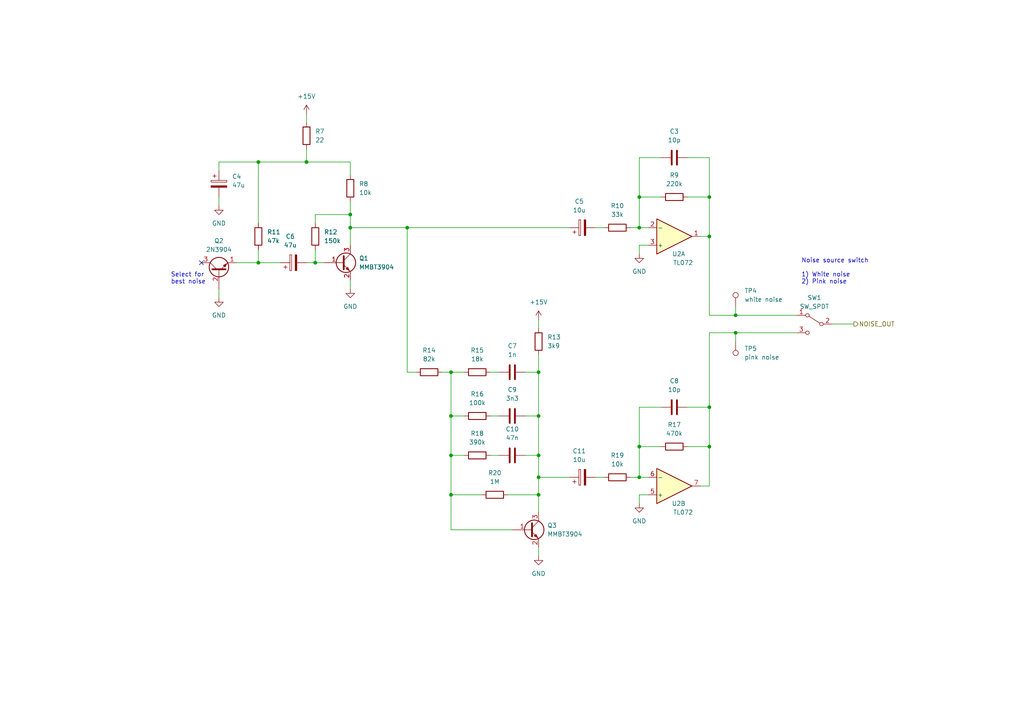
<source format=kicad_sch>
(kicad_sch (version 20211123) (generator eeschema)
  (paper "A4")
  (title_block (title "Josh Ox Ribbon Synth Sample and Hold Board") (date "2022-06-16") (rev "0") (comment 1 "creativecommons.org/licences/by/4.0") (comment 2 "License: CC by 4.0") (comment 3 "Author: Jordan Aceto"))
  (lib_symbols
    (symbol "Amplifier_Operational:TL072" (pin_names (offset 0.127))
      (property "Reference" "U" (at 0 5.08 0))
      (property "Value" "TL072" (at 0 -5.08 0))
      (symbol "TL072_1_1"
        (polyline (pts (xy -5.08 5.08) (xy 5.08 0) (xy -5.08 -5.08) (xy -5.08 5.08)) (stroke (width 0.254)) (fill (type background)))
        (pin output line (at 7.62 0 180) (length 2.54) (name "~") (number "1"))
        (pin input line (at -7.62 -2.54 0) (length 2.54) (name "-") (number "2"))
        (pin input line (at -7.62 2.54 0) (length 2.54) (name "+") (number "3"))
      )
      (symbol "TL072_2_1"
        (polyline (pts (xy -5.08 5.08) (xy 5.08 0) (xy -5.08 -5.08) (xy -5.08 5.08)) (stroke (width 0.254)) (fill (type background)))
        (pin input line (at -7.62 2.54 0) (length 2.54) (name "+") (number "5"))
        (pin input line (at -7.62 -2.54 0) (length 2.54) (name "-") (number "6"))
        (pin output line (at 7.62 0 180) (length 2.54) (name "~") (number "7"))
      )
      (symbol "TL072_3_1"
        (pin power_in line (at -2.54 -7.62 90) (length 3.81) (name "V-") (number "4"))
        (pin power_in line (at -2.54 7.62 270) (length 3.81) (name "V+") (number "8"))
      )
    )
    (symbol "Connector:TestPoint" (pin_numbers hide) (pin_names (offset 0.762) hide)
      (property "Reference" "TP" (at 0 6.858 0))
      (property "Value" "TestPoint" (at 0 5.08 0))
      (symbol "TestPoint_0_1"
        (circle (center 0 3.302) (radius 0.762))
      )
      (symbol "TestPoint_1_1"
        (pin passive line (at 0 0 90) (length 2.54) (name "1") (number "1"))
      )
    )
    (symbol "Device:C" (pin_numbers hide) (pin_names (offset 0.254))
      (property "Reference" "C" (at 0.635 2.54 0))
      (property "Value" "C" (at 0.635 -2.54 0))
      (symbol "C_0_1"
        (polyline (pts (xy -2.032 -0.762) (xy 2.032 -0.762)) (stroke (width 0.508)))
        (polyline (pts (xy -2.032 0.762) (xy 2.032 0.762)) (stroke (width 0.508)))
      )
      (symbol "C_1_1"
        (pin passive line (at 0 3.81 270) (length 2.794) (name "~") (number "1"))
        (pin passive line (at 0 -3.81 90) (length 2.794) (name "~") (number "2"))
      )
    )
    (symbol "Device:C_Polarized" (pin_numbers hide) (pin_names (offset 0.254))
      (property "Reference" "C" (at 0.635 2.54 0))
      (property "Value" "C_Polarized" (at 0.635 -2.54 0))
      (symbol "C_Polarized_0_1"
        (rectangle (start -2.286 0.508) (end 2.286 1.016))
        (polyline (pts (xy -1.778 2.286) (xy -0.762 2.286)))
        (polyline (pts (xy -1.27 2.794) (xy -1.27 1.778)))
        (rectangle (start 2.286 -0.508) (end -2.286 -1.016) (fill (type outline)))
      )
      (symbol "C_Polarized_1_1"
        (pin passive line (at 0 3.81 270) (length 2.794) (name "~") (number "1"))
        (pin passive line (at 0 -3.81 90) (length 2.794) (name "~") (number "2"))
      )
    )
    (symbol "Device:R" (pin_numbers hide) (pin_names (offset 0))
      (property "Reference" "R" (at 2.032 0 90))
      (property "Value" "R" (at 0 0 90))
      (symbol "R_0_1"
        (rectangle (start -1.016 -2.54) (end 1.016 2.54) (stroke (width 0.254)))
      )
      (symbol "R_1_1"
        (pin passive line (at 0 3.81 270) (length 1.27) (name "~") (number "1"))
        (pin passive line (at 0 -3.81 90) (length 1.27) (name "~") (number "2"))
      )
    )
    (symbol "Switch:SW_SPDT" (pin_names (offset 0) hide)
      (property "Reference" "SW" (at 0 4.318 0))
      (property "Value" "SW_SPDT" (at 0 -5.08 0))
      (symbol "SW_SPDT_0_0"
        (circle (center -2.032 0) (radius 0.508))
        (circle (center 2.032 -2.54) (radius 0.508))
      )
      (symbol "SW_SPDT_0_1"
        (polyline (pts (xy -1.524 0.254) (xy 1.651 2.286)))
        (circle (center 2.032 2.54) (radius 0.508))
      )
      (symbol "SW_SPDT_1_1"
        (pin passive line (at 5.08 2.54 180) (length 2.54) (name "A") (number "1"))
        (pin passive line (at -5.08 0 0) (length 2.54) (name "B") (number "2"))
        (pin passive line (at 5.08 -2.54 180) (length 2.54) (name "C") (number "3"))
      )
    )
    (symbol "Transistor_BJT:2N3904" (pin_names (offset 0) hide)
      (property "Reference" "Q" (at 5.08 1.905 0))
      (property "Value" "2N3904" (at 5.08 0 0))
      (symbol "2N3904_0_1"
        (polyline (pts (xy 0.635 0.635) (xy 2.54 2.54)))
        (polyline (pts (xy 0.635 -0.635) (xy 2.54 -2.54) (xy 2.54 -2.54)))
        (polyline (pts (xy 0.635 1.905) (xy 0.635 -1.905) (xy 0.635 -1.905)) (stroke (width 0.508)))
        (polyline (pts (xy 1.27 -1.778) (xy 1.778 -1.27) (xy 2.286 -2.286) (xy 1.27 -1.778) (xy 1.27 -1.778)) (fill (type outline)))
        (circle (center 1.27 0) (radius 2.8194) (stroke (width 0.254)))
      )
      (symbol "2N3904_1_1"
        (pin passive line (at 2.54 -5.08 90) (length 2.54) (name "E") (number "1"))
        (pin passive line (at -5.08 0 0) (length 5.715) (name "B") (number "2"))
        (pin passive line (at 2.54 5.08 270) (length 2.54) (name "C") (number "3"))
      )
    )
    (symbol "Transistor_BJT:MMBT3904" (pin_names (offset 0) hide)
      (property "Reference" "Q" (at 5.08 1.905 0))
      (property "Value" "MMBT3904" (at 5.08 0 0))
      (symbol "MMBT3904_0_1"
        (polyline (pts (xy 0.635 0.635) (xy 2.54 2.54)))
        (polyline (pts (xy 0.635 -0.635) (xy 2.54 -2.54) (xy 2.54 -2.54)))
        (polyline (pts (xy 0.635 1.905) (xy 0.635 -1.905) (xy 0.635 -1.905)) (stroke (width 0.508)))
        (polyline (pts (xy 1.27 -1.778) (xy 1.778 -1.27) (xy 2.286 -2.286) (xy 1.27 -1.778) (xy 1.27 -1.778)) (fill (type outline)))
        (circle (center 1.27 0) (radius 2.8194) (stroke (width 0.254)))
      )
      (symbol "MMBT3904_1_1"
        (pin input line (at -5.08 0 0) (length 5.715) (name "B") (number "1"))
        (pin passive line (at 2.54 -5.08 90) (length 2.54) (name "E") (number "2"))
        (pin passive line (at 2.54 5.08 270) (length 2.54) (name "C") (number "3"))
      )
    )
    (symbol "power:+15V" (power) (pin_names (offset 0))
      (property "Value" "+15V" (at 0 3.556 0))
      (symbol "+15V_0_1"
        (polyline (pts (xy -0.762 1.27) (xy 0 2.54)))
        (polyline (pts (xy 0 0) (xy 0 2.54)))
        (polyline (pts (xy 0 2.54) (xy 0.762 1.27)))
      )
      (symbol "+15V_1_1"
        (pin power_in line (at 0 0 90) (length 0) hide (name "+15V") (number "1"))
      )
    )
    (symbol "power:GND" (power) (pin_names (offset 0))
      (property "Value" "GND" (at 0 -3.81 0))
      (symbol "GND_0_1"
        (polyline (pts (xy 0 0) (xy 0 -1.27) (xy 1.27 -1.27) (xy 0 -2.54) (xy -1.27 -1.27) (xy 0 -1.27)))
      )
      (symbol "GND_1_1"
        (pin power_in line (at 0 0 270) (length 0) hide (name "GND") (number "1"))
      )
    )
  )
  (junction (at 205.74 68.58))
  (junction (at 213.36 91.44))
  (junction (at 156.21 107.95))
  (junction (at 213.36 96.52))
  (junction (at 101.6 62.23))
  (junction (at 156.21 138.43))
  (junction (at 156.21 132.08))
  (junction (at 130.81 107.95))
  (junction (at 205.74 118.11))
  (junction (at 88.9 46.99))
  (junction (at 101.6 66.04))
  (junction (at 156.21 143.51))
  (junction (at 205.74 57.15))
  (junction (at 185.42 57.15))
  (junction (at 130.81 143.51))
  (junction (at 74.93 46.99))
  (junction (at 185.42 66.04))
  (junction (at 185.42 129.54))
  (junction (at 130.81 120.65))
  (junction (at 74.93 76.2))
  (junction (at 118.11 66.04))
  (junction (at 185.42 138.43))
  (junction (at 130.81 132.08))
  (junction (at 91.44 76.2))
  (junction (at 156.21 120.65))
  (junction (at 205.74 129.54))
  (no_connect (at 58.42 76.2))
  (wire (pts (xy 101.6 46.99) (xy 101.6 50.8)))
  (wire (pts (xy 130.81 132.08) (xy 134.62 132.08)))
  (wire (pts (xy 191.77 45.72) (xy 185.42 45.72)))
  (wire (pts (xy 213.36 99.06) (xy 213.36 96.52)))
  (wire (pts (xy 185.42 118.11) (xy 185.42 129.54)))
  (wire (pts (xy 205.74 118.11) (xy 205.74 129.54)))
  (wire (pts (xy 91.44 62.23) (xy 101.6 62.23)))
  (wire (pts (xy 185.42 129.54) (xy 191.77 129.54)))
  (wire (pts (xy 191.77 118.11) (xy 185.42 118.11)))
  (wire (pts (xy 185.42 57.15) (xy 191.77 57.15)))
  (wire (pts (xy 172.72 138.43) (xy 175.26 138.43)))
  (wire (pts (xy 205.74 57.15) (xy 205.74 68.58)))
  (wire (pts (xy 88.9 33.02) (xy 88.9 35.56)))
  (wire (pts (xy 118.11 66.04) (xy 165.1 66.04)))
  (wire (pts (xy 205.74 96.52) (xy 205.74 118.11)))
  (wire (pts (xy 172.72 66.04) (xy 175.26 66.04)))
  (wire (pts (xy 156.21 102.87) (xy 156.21 107.95)))
  (wire (pts (xy 156.21 92.71) (xy 156.21 95.25)))
  (wire (pts (xy 185.42 45.72) (xy 185.42 57.15)))
  (wire (pts (xy 91.44 64.77) (xy 91.44 62.23)))
  (wire (pts (xy 88.9 46.99) (xy 101.6 46.99)))
  (wire (pts (xy 147.32 143.51) (xy 156.21 143.51)))
  (wire (pts (xy 74.93 76.2) (xy 81.28 76.2)))
  (wire (pts (xy 199.39 129.54) (xy 205.74 129.54)))
  (wire (pts (xy 130.81 143.51) (xy 130.81 132.08)))
  (wire (pts (xy 185.42 71.12) (xy 187.96 71.12)))
  (wire (pts (xy 213.36 91.44) (xy 205.74 91.44)))
  (wire (pts (xy 185.42 66.04) (xy 185.42 57.15)))
  (wire (pts (xy 130.81 143.51) (xy 139.7 143.51)))
  (wire (pts (xy 118.11 66.04) (xy 118.11 107.95)))
  (wire (pts (xy 63.5 49.53) (xy 63.5 46.99)))
  (wire (pts (xy 130.81 107.95) (xy 134.62 107.95)))
  (wire (pts (xy 156.21 143.51) (xy 156.21 138.43)))
  (wire (pts (xy 156.21 132.08) (xy 156.21 120.65)))
  (wire (pts (xy 156.21 148.59) (xy 156.21 143.51)))
  (wire (pts (xy 199.39 45.72) (xy 205.74 45.72)))
  (wire (pts (xy 91.44 72.39) (xy 91.44 76.2)))
  (wire (pts (xy 142.24 120.65) (xy 144.78 120.65)))
  (wire (pts (xy 205.74 45.72) (xy 205.74 57.15)))
  (wire (pts (xy 120.65 107.95) (xy 118.11 107.95)))
  (wire (pts (xy 91.44 76.2) (xy 93.98 76.2)))
  (wire (pts (xy 101.6 81.28) (xy 101.6 83.82)))
  (wire (pts (xy 187.96 66.04) (xy 185.42 66.04)))
  (wire (pts (xy 101.6 58.42) (xy 101.6 62.23)))
  (wire (pts (xy 101.6 62.23) (xy 101.6 66.04)))
  (wire (pts (xy 101.6 66.04) (xy 101.6 71.12)))
  (wire (pts (xy 231.14 91.44) (xy 213.36 91.44)))
  (wire (pts (xy 241.3 93.98) (xy 247.65 93.98)))
  (wire (pts (xy 156.21 158.75) (xy 156.21 161.29)))
  (wire (pts (xy 63.5 57.15) (xy 63.5 59.69)))
  (wire (pts (xy 88.9 76.2) (xy 91.44 76.2)))
  (wire (pts (xy 156.21 120.65) (xy 156.21 107.95)))
  (wire (pts (xy 156.21 138.43) (xy 156.21 132.08)))
  (wire (pts (xy 182.88 138.43) (xy 185.42 138.43)))
  (wire (pts (xy 156.21 138.43) (xy 165.1 138.43)))
  (wire (pts (xy 185.42 138.43) (xy 185.42 129.54)))
  (wire (pts (xy 205.74 129.54) (xy 205.74 140.97)))
  (wire (pts (xy 130.81 153.67) (xy 148.59 153.67)))
  (wire (pts (xy 128.27 107.95) (xy 130.81 107.95)))
  (wire (pts (xy 130.81 153.67) (xy 130.81 143.51)))
  (wire (pts (xy 156.21 107.95) (xy 152.4 107.95)))
  (wire (pts (xy 74.93 46.99) (xy 88.9 46.99)))
  (wire (pts (xy 63.5 83.82) (xy 63.5 86.36)))
  (wire (pts (xy 205.74 68.58) (xy 203.2 68.58)))
  (wire (pts (xy 101.6 66.04) (xy 118.11 66.04)))
  (wire (pts (xy 205.74 140.97) (xy 203.2 140.97)))
  (wire (pts (xy 142.24 107.95) (xy 144.78 107.95)))
  (wire (pts (xy 185.42 73.66) (xy 185.42 71.12)))
  (wire (pts (xy 74.93 72.39) (xy 74.93 76.2)))
  (wire (pts (xy 187.96 138.43) (xy 185.42 138.43)))
  (wire (pts (xy 152.4 120.65) (xy 156.21 120.65)))
  (wire (pts (xy 74.93 64.77) (xy 74.93 46.99)))
  (wire (pts (xy 182.88 66.04) (xy 185.42 66.04)))
  (wire (pts (xy 142.24 132.08) (xy 144.78 132.08)))
  (wire (pts (xy 199.39 57.15) (xy 205.74 57.15)))
  (wire (pts (xy 213.36 88.9) (xy 213.36 91.44)))
  (wire (pts (xy 185.42 146.05) (xy 185.42 143.51)))
  (wire (pts (xy 205.74 91.44) (xy 205.74 68.58)))
  (wire (pts (xy 63.5 46.99) (xy 74.93 46.99)))
  (wire (pts (xy 199.39 118.11) (xy 205.74 118.11)))
  (wire (pts (xy 88.9 43.18) (xy 88.9 46.99)))
  (wire (pts (xy 130.81 120.65) (xy 134.62 120.65)))
  (wire (pts (xy 213.36 96.52) (xy 205.74 96.52)))
  (wire (pts (xy 152.4 132.08) (xy 156.21 132.08)))
  (wire (pts (xy 130.81 120.65) (xy 130.81 107.95)))
  (wire (pts (xy 74.93 76.2) (xy 68.58 76.2)))
  (wire (pts (xy 185.42 143.51) (xy 187.96 143.51)))
  (wire (pts (xy 130.81 132.08) (xy 130.81 120.65)))
  (wire (pts (xy 231.14 96.52) (xy 213.36 96.52)))
  (text "Noise source switch\n\n1) White noise\n2) Pink noise" (at 232.41 82.55 0) (effects (font (size 1.27 1.27)) (justify left bottom)))
  (text "Select for \nbest noise" (at 49.53 82.55 0) (effects (font (size 1.27 1.27)) (justify left bottom)))
  (hierarchical_label "NOISE_OUT" (shape output) (at 247.65 93.98 0))
  (symbol (lib_id "Connector:TestPoint") (at 213.36 99.06 180) (unit 1) (in_bom no)
    (property "Reference" "TP5" (at 215.9 101.0919 0) (effects (justify right)))
    (property "Value" "pink noise" (at 215.9 103.6319 0) (effects (justify right)))
    (property "Footprint" "TestPoint:TestPoint_Keystone_5000-5004_Miniature" (effects hide))
  )
  (symbol (lib_id "Device:R") (at 156.21 99.06 0) (unit 1)
    (property "Reference" "R13" (at 158.75 97.7899 0) (effects (justify left)))
    (property "Value" "3k9" (at 158.75 100.3299 0) (effects (justify left)))
    (property "Footprint" "Resistor_SMD:R_0805_2012Metric" (effects hide))
  )
  (symbol (lib_id "Device:R") (at 91.44 68.58 0) (unit 1)
    (property "Reference" "R12" (at 93.98 67.3099 0) (effects (justify left)))
    (property "Value" "150k" (at 93.98 69.8499 0) (effects (justify left)))
    (property "Footprint" "Resistor_SMD:R_0805_2012Metric" (effects hide))
  )
  (symbol (lib_id "Device:C_Polarized") (at 168.91 66.04 90) (unit 1)
    (property "Reference" "C5" (at 168.021 58.42 90))
    (property "Value" "10u" (at 168.021 60.96 90))
    (property "Footprint" "Capacitor_THT:CP_Radial_D6.3mm_P2.50mm" (effects hide))
  )
  (symbol (lib_id "Device:C") (at 148.59 107.95 90) (unit 1)
    (property "Reference" "C7" (at 148.59 100.33 90))
    (property "Value" "1n" (at 148.59 102.87 90))
    (property "Footprint" "Capacitor_SMD:C_0805_2012Metric" (effects hide))
  )
  (symbol (lib_id "Device:C_Polarized") (at 85.09 76.2 90) (unit 1)
    (property "Reference" "C6" (at 84.201 68.58 90))
    (property "Value" "47u" (at 84.201 71.12 90))
    (property "Footprint" "Capacitor_THT:CP_Radial_D6.3mm_P2.50mm" (effects hide))
  )
  (symbol (lib_id "Device:R") (at 179.07 66.04 90) (unit 1)
    (property "Reference" "R10" (at 179.07 59.69 90))
    (property "Value" "33k" (at 179.07 62.23 90))
    (property "Footprint" "Resistor_SMD:R_0805_2012Metric" (effects hide))
  )
  (symbol (lib_id "Device:R") (at 138.43 107.95 90) (unit 1)
    (property "Reference" "R15" (at 138.43 101.6 90))
    (property "Value" "18k" (at 138.43 104.14 90))
    (property "Footprint" "Resistor_SMD:R_0805_2012Metric" (effects hide))
  )
  (symbol (lib_id "Device:C") (at 195.58 45.72 90) (unit 1)
    (property "Reference" "C3" (at 195.58 38.1 90))
    (property "Value" "10p" (at 195.58 40.64 90))
    (property "Footprint" "Capacitor_SMD:C_0805_2012Metric" (effects hide))
  )
  (symbol (lib_id "Amplifier_Operational:TL072") (at 195.58 140.97 0) (mirror x) (unit 2)
    (property "Reference" "U2" (at 196.85 146.05 0))
    (property "Value" "TL072" (at 198.12 148.59 0))
    (property "Footprint" "Package_SO:SO-8_5.3x6.2mm_P1.27mm" (effects hide))
    (property "Datasheet" "http://www.ti.com/lit/ds/symlink/tl071.pdf" (effects hide))
  )
  (symbol (lib_id "power:GND") (at 185.42 146.05 0) (unit 1)
    (property "Reference" "#PWR015" (effects hide))
    (property "Value" "GND" (at 185.42 151.13 0))
  )
  (symbol (lib_id "Device:R") (at 88.9 39.37 0) (unit 1)
    (property "Reference" "R7" (at 91.44 38.0999 0) (effects (justify left)))
    (property "Value" "22" (at 91.44 40.6399 0) (effects (justify left)))
    (property "Footprint" "Resistor_SMD:R_0805_2012Metric" (effects hide))
  )
  (symbol (lib_id "power:GND") (at 63.5 86.36 0) (unit 1)
    (property "Reference" "#PWR013" (effects hide))
    (property "Value" "GND" (at 63.5 91.44 0))
  )
  (symbol (lib_id "Device:R") (at 195.58 129.54 90) (unit 1)
    (property "Reference" "R17" (at 195.58 123.19 90))
    (property "Value" "470k" (at 195.58 125.73 90))
    (property "Footprint" "Resistor_SMD:R_0805_2012Metric" (effects hide))
  )
  (symbol (lib_id "power:GND") (at 156.21 161.29 0) (unit 1)
    (property "Reference" "#PWR016" (effects hide))
    (property "Value" "GND" (at 156.21 166.37 0))
  )
  (symbol (lib_id "power:+15V") (at 88.9 33.02 0) (unit 1)
    (property "Reference" "#PWR09" (effects hide))
    (property "Value" "+15V" (at 88.9 27.94 0))
  )
  (symbol (lib_id "Device:C") (at 148.59 132.08 90) (unit 1)
    (property "Reference" "C10" (at 148.59 124.46 90))
    (property "Value" "47n" (at 148.59 127 90))
    (property "Footprint" "Capacitor_SMD:C_0805_2012Metric" (effects hide))
  )
  (symbol (lib_id "Transistor_BJT:MMBT3904") (at 99.06 76.2 0) (unit 1)
    (property "Reference" "Q1" (at 104.14 74.9299 0) (effects (justify left)))
    (property "Value" "MMBT3904" (at 104.14 77.4699 0) (effects (justify left)))
    (property "Footprint" "Package_TO_SOT_SMD:SOT-23" (effects hide))
    (property "Datasheet" "https://www.onsemi.com/pub/Collateral/2N3903-D.PDF" (effects hide))
  )
  (symbol (lib_id "power:GND") (at 63.5 59.69 0) (unit 1)
    (property "Reference" "#PWR010" (effects hide))
    (property "Value" "GND" (at 63.5 64.77 0))
  )
  (symbol (lib_id "Device:C_Polarized") (at 63.5 53.34 0) (unit 1)
    (property "Reference" "C4" (at 67.31 51.1809 0) (effects (justify left)))
    (property "Value" "47u" (at 67.31 53.7209 0) (effects (justify left)))
    (property "Footprint" "Capacitor_THT:CP_Radial_D6.3mm_P2.50mm" (effects hide))
  )
  (symbol (lib_id "Connector:TestPoint") (at 213.36 88.9 0) (unit 1) (in_bom no)
    (property "Reference" "TP4" (at 215.9 84.3279 0) (effects (justify left)))
    (property "Value" "white noise" (at 215.9 86.8679 0) (effects (justify left)))
    (property "Footprint" "TestPoint:TestPoint_Keystone_5000-5004_Miniature" (effects hide))
  )
  (symbol (lib_id "Device:R") (at 138.43 120.65 90) (unit 1)
    (property "Reference" "R16" (at 138.43 114.3 90))
    (property "Value" "100k" (at 138.43 116.84 90))
    (property "Footprint" "Resistor_SMD:R_0805_2012Metric" (effects hide))
  )
  (symbol (lib_id "Device:R") (at 143.51 143.51 90) (unit 1)
    (property "Reference" "R20" (at 143.51 137.16 90))
    (property "Value" "1M" (at 143.51 139.7 90))
    (property "Footprint" "Resistor_SMD:R_0805_2012Metric" (effects hide))
  )
  (symbol (lib_id "power:GND") (at 185.42 73.66 0) (unit 1)
    (property "Reference" "#PWR011" (effects hide))
    (property "Value" "GND" (at 185.42 78.74 0))
  )
  (symbol (lib_id "Device:R") (at 74.93 68.58 0) (unit 1)
    (property "Reference" "R11" (at 77.47 67.3099 0) (effects (justify left)))
    (property "Value" "47k" (at 77.47 69.8499 0) (effects (justify left)))
    (property "Footprint" "Resistor_SMD:R_0805_2012Metric" (effects hide))
  )
  (symbol (lib_id "Device:C") (at 148.59 120.65 90) (unit 1)
    (property "Reference" "C9" (at 148.59 113.03 90))
    (property "Value" "3n3" (at 148.59 115.57 90))
    (property "Footprint" "Capacitor_SMD:C_0805_2012Metric" (effects hide))
  )
  (symbol (lib_id "Device:R") (at 101.6 54.61 0) (unit 1)
    (property "Reference" "R8" (at 104.14 53.3399 0) (effects (justify left)))
    (property "Value" "10k" (at 104.14 55.8799 0) (effects (justify left)))
    (property "Footprint" "Resistor_SMD:R_0805_2012Metric" (effects hide))
  )
  (symbol (lib_id "Device:R") (at 179.07 138.43 90) (unit 1)
    (property "Reference" "R19" (at 179.07 132.08 90))
    (property "Value" "10k" (at 179.07 134.62 90))
    (property "Footprint" "Resistor_SMD:R_0805_2012Metric" (effects hide))
  )
  (symbol (lib_id "Device:C_Polarized") (at 168.91 138.43 90) (unit 1)
    (property "Reference" "C11" (at 168.021 130.81 90))
    (property "Value" "10u" (at 168.021 133.35 90))
    (property "Footprint" "Capacitor_THT:CP_Radial_D6.3mm_P2.50mm" (effects hide))
  )
  (symbol (lib_id "Device:C") (at 195.58 118.11 90) (unit 1)
    (property "Reference" "C8" (at 195.58 110.49 90))
    (property "Value" "10p" (at 195.58 113.03 90))
    (property "Footprint" "Capacitor_SMD:C_0805_2012Metric" (effects hide))
  )
  (symbol (lib_id "Switch:SW_SPDT") (at 236.22 93.98 0) (mirror y) (unit 1)
    (property "Reference" "SW1" (at 236.22 86.36 0))
    (property "Value" "SW_SPDT" (at 236.22 88.9 0))
    (property "Footprint" "custom_footprints:SPDT_mini_toggle" (effects hide))
  )
  (symbol (lib_id "Device:R") (at 138.43 132.08 90) (unit 1)
    (property "Reference" "R18" (at 138.43 125.73 90))
    (property "Value" "390k" (at 138.43 128.27 90))
    (property "Footprint" "Resistor_SMD:R_0805_2012Metric" (effects hide))
  )
  (symbol (lib_id "power:+15V") (at 156.21 92.71 0) (unit 1)
    (property "Reference" "#PWR014" (effects hide))
    (property "Value" "+15V" (at 156.21 87.63 0))
  )
  (symbol (lib_id "Device:R") (at 124.46 107.95 90) (unit 1)
    (property "Reference" "R14" (at 124.46 101.6 90))
    (property "Value" "82k" (at 124.46 104.14 90))
    (property "Footprint" "Resistor_SMD:R_0805_2012Metric" (effects hide))
  )
  (symbol (lib_id "Transistor_BJT:MMBT3904") (at 153.67 153.67 0) (unit 1)
    (property "Reference" "Q3" (at 158.75 152.3999 0) (effects (justify left)))
    (property "Value" "MMBT3904" (at 158.75 154.9399 0) (effects (justify left)))
    (property "Footprint" "Package_TO_SOT_SMD:SOT-23" (effects hide))
    (property "Datasheet" "https://www.onsemi.com/pub/Collateral/2N3903-D.PDF" (effects hide))
  )
  (symbol (lib_id "Amplifier_Operational:TL072") (at 195.58 68.58 0) (mirror x) (unit 1)
    (property "Reference" "U2" (at 196.85 73.66 0))
    (property "Value" "TL072" (at 198.12 76.2 0))
    (property "Footprint" "Package_SO:SO-8_5.3x6.2mm_P1.27mm" (effects hide))
    (property "Datasheet" "http://www.ti.com/lit/ds/symlink/tl071.pdf" (effects hide))
  )
  (symbol (lib_id "Transistor_BJT:2N3904") (at 63.5 78.74 90) (unit 1)
    (property "Reference" "Q2" (at 63.5 69.85 90))
    (property "Value" "2N3904" (at 63.5 72.39 90))
    (property "Footprint" "Package_TO_SOT_THT:TO-92_Inline_Wide" (effects hide))
    (property "Datasheet" "https://www.onsemi.com/pub/Collateral/2N3903-D.PDF" (effects hide))
  )
  (symbol (lib_id "power:GND") (at 101.6 83.82 0) (unit 1)
    (property "Reference" "#PWR012" (effects hide))
    (property "Value" "GND" (at 101.6 88.9 0))
  )
  (symbol (lib_id "Device:R") (at 195.58 57.15 90) (unit 1)
    (property "Reference" "R9" (at 195.58 50.8 90))
    (property "Value" "220k" (at 195.58 53.34 90))
    (property "Footprint" "Resistor_SMD:R_0805_2012Metric" (effects hide))
  )
)
</source>
